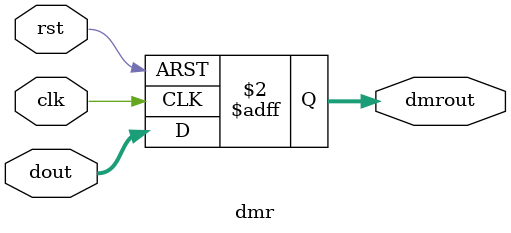
<source format=v>
module dm_4k( addr, din, DMWr, clk, dout );
   
   input  [11:2] addr;
   input  [31:0] din;
   input         DMWr;
   input         clk;
   output [31:0] dout;
     
   reg [31:0] dmem[63:0];
   
   always @(posedge clk) begin
      if (DMWr)
         dmem[addr] <= din;
   end // end always
   
   assign dout = dmem[addr];
    
endmodule    

module dmr(clk, rst, dout, dmrout);
   input [31:0] dout;
   input clk;
   input rst;
   output reg [31:0] dmrout;

   always@(posedge clk or posedge rst)
        if(rst)
            dmrout <= 0;
        else
            dmrout <= dout;
endmodule
</source>
